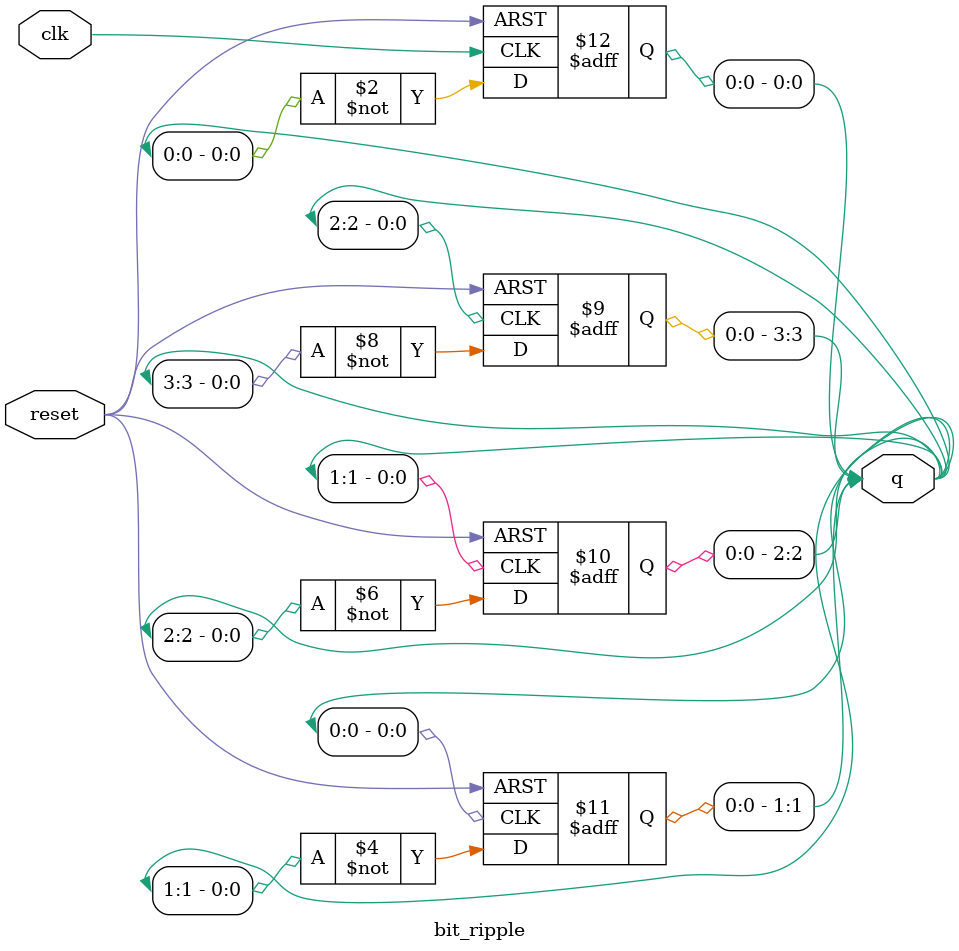
<source format=v>
module bit_ripple (
    input  wire clk,      // Clock input
    input  wire reset,    // Asynchronous reset
    output reg  [3:0] q   // 4-bit counter output
);

    always @(negedge clk or posedge reset) begin
        if (reset)
            q[0] <= 1'b0;
        else
            q[0] <= ~q[0];
    end

    always @(negedge q[0] or posedge reset) begin
        if (reset)
            q[1] <= 1'b0;
        else
            q[1] <= ~q[1];
    end

    always @(negedge q[1] or posedge reset) begin
        if (reset)
            q[2] <= 1'b0;
        else
            q[2] <= ~q[2];
    end

    always @(negedge q[2] or posedge reset) begin
        if (reset)
            q[3] <= 1'b0;
        else
            q[3] <= ~q[3];
    end

endmodule

</source>
